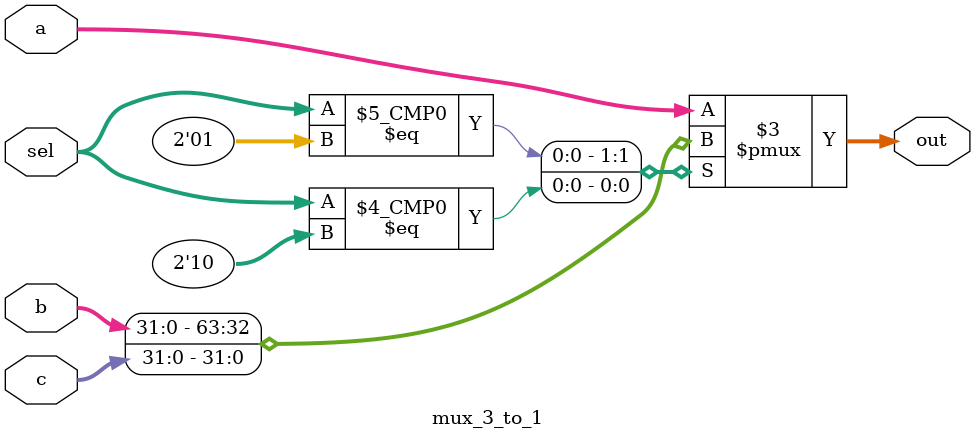
<source format=v>
module mux_3_to_1(
input [31:0] a,b,c,
input [1:0] sel,
output reg [31:0] out
);

always@(*)
begin
  case (sel)
  2'b00: out = a;
  2'b01: out = b;
  2'b10: out = c;
  default: out = a;
  endcase
end

endmodule
</source>
